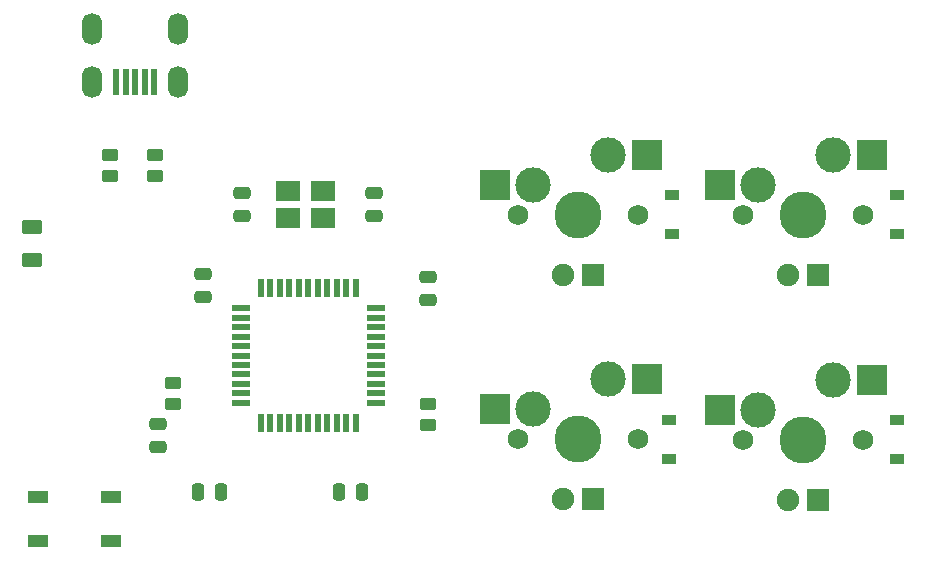
<source format=gbs>
%TF.GenerationSoftware,KiCad,Pcbnew,(6.0.0)*%
%TF.CreationDate,2022-02-08T12:16:45+05:30*%
%TF.ProjectId,keebk75pcb,6b656562-6b37-4357-9063-622e6b696361,rev?*%
%TF.SameCoordinates,Original*%
%TF.FileFunction,Soldermask,Bot*%
%TF.FilePolarity,Negative*%
%FSLAX46Y46*%
G04 Gerber Fmt 4.6, Leading zero omitted, Abs format (unit mm)*
G04 Created by KiCad (PCBNEW (6.0.0)) date 2022-02-08 12:16:45*
%MOMM*%
%LPD*%
G01*
G04 APERTURE LIST*
G04 Aperture macros list*
%AMRoundRect*
0 Rectangle with rounded corners*
0 $1 Rounding radius*
0 $2 $3 $4 $5 $6 $7 $8 $9 X,Y pos of 4 corners*
0 Add a 4 corners polygon primitive as box body*
4,1,4,$2,$3,$4,$5,$6,$7,$8,$9,$2,$3,0*
0 Add four circle primitives for the rounded corners*
1,1,$1+$1,$2,$3*
1,1,$1+$1,$4,$5*
1,1,$1+$1,$6,$7*
1,1,$1+$1,$8,$9*
0 Add four rect primitives between the rounded corners*
20,1,$1+$1,$2,$3,$4,$5,0*
20,1,$1+$1,$4,$5,$6,$7,0*
20,1,$1+$1,$6,$7,$8,$9,0*
20,1,$1+$1,$8,$9,$2,$3,0*%
G04 Aperture macros list end*
%ADD10R,0.500000X2.250000*%
%ADD11O,1.700000X2.700000*%
%ADD12C,3.987800*%
%ADD13C,3.000000*%
%ADD14C,1.750000*%
%ADD15R,2.550000X2.500000*%
%ADD16C,1.905000*%
%ADD17R,1.905000X1.905000*%
%ADD18R,1.200000X0.900000*%
%ADD19R,2.100000X1.800000*%
%ADD20RoundRect,0.250000X0.250000X0.475000X-0.250000X0.475000X-0.250000X-0.475000X0.250000X-0.475000X0*%
%ADD21RoundRect,0.250000X-0.625000X0.375000X-0.625000X-0.375000X0.625000X-0.375000X0.625000X0.375000X0*%
%ADD22RoundRect,0.250000X-0.475000X0.250000X-0.475000X-0.250000X0.475000X-0.250000X0.475000X0.250000X0*%
%ADD23R,1.500000X0.550000*%
%ADD24R,0.550000X1.500000*%
%ADD25RoundRect,0.250000X-0.450000X0.262500X-0.450000X-0.262500X0.450000X-0.262500X0.450000X0.262500X0*%
%ADD26RoundRect,0.250000X0.475000X-0.250000X0.475000X0.250000X-0.475000X0.250000X-0.475000X-0.250000X0*%
%ADD27R,1.800000X1.100000*%
G04 APERTURE END LIST*
D10*
%TO.C,USB1*%
X46631182Y-106508400D03*
X45831182Y-106508400D03*
X45031182Y-106508400D03*
X44231182Y-106508400D03*
X43431182Y-106508400D03*
D11*
X41381182Y-106508400D03*
X48681182Y-106508400D03*
X48681182Y-102008400D03*
X41381182Y-102008400D03*
%TD*%
D12*
%TO.C,MX2*%
X101606248Y-117725000D03*
D13*
X97796248Y-115185000D03*
X104146248Y-112645000D03*
D14*
X106686248Y-117725000D03*
X96526248Y-117725000D03*
D15*
X94521248Y-115185000D03*
X107448248Y-112645000D03*
D16*
X100336248Y-122805000D03*
D17*
X102876248Y-122805000D03*
%TD*%
D13*
%TO.C,MX1*%
X78746248Y-115185000D03*
X85096248Y-112645000D03*
D14*
X87636248Y-117725000D03*
D12*
X82556248Y-117725000D03*
D14*
X77476248Y-117725000D03*
D15*
X75471248Y-115185000D03*
X88398248Y-112645000D03*
D16*
X81286248Y-122805000D03*
D17*
X83826248Y-122805000D03*
%TD*%
D14*
%TO.C,MX4*%
X96526248Y-136775000D03*
D12*
X101606248Y-136775000D03*
D14*
X106686248Y-136775000D03*
D13*
X104146248Y-131695000D03*
X97796248Y-134235000D03*
D15*
X94521248Y-134235000D03*
X107448248Y-131695000D03*
D16*
X100336248Y-141855000D03*
D17*
X102876248Y-141855000D03*
%TD*%
D14*
%TO.C,MX3*%
X87619775Y-136750578D03*
X77459775Y-136750578D03*
D13*
X78729775Y-134210578D03*
D12*
X82539775Y-136750578D03*
D13*
X85079775Y-131670578D03*
D15*
X75454775Y-134210578D03*
X88381775Y-131670578D03*
D16*
X81269775Y-141830578D03*
D17*
X83809775Y-141830578D03*
%TD*%
D18*
%TO.C,D3*%
X109543748Y-119375000D03*
X109543748Y-116075000D03*
%TD*%
D19*
%TO.C,Y1*%
X60886000Y-117990000D03*
X57986000Y-117990000D03*
X57986000Y-115690000D03*
X60886000Y-115690000D03*
%TD*%
D20*
%TO.C,C4*%
X64196000Y-141224000D03*
X62296000Y-141224000D03*
%TD*%
%TO.C,C7*%
X52258000Y-141224000D03*
X50358000Y-141224000D03*
%TD*%
D21*
%TO.C,F1*%
X36322000Y-118742000D03*
X36322000Y-121542000D03*
%TD*%
D22*
%TO.C,C2*%
X65278000Y-115890000D03*
X65278000Y-117790000D03*
%TD*%
D18*
%TO.C,D2*%
X90493748Y-119375000D03*
X90493748Y-116075000D03*
%TD*%
D23*
%TO.C,U1*%
X53981248Y-133643750D03*
X53981248Y-132843750D03*
X53981248Y-132043750D03*
X53981248Y-131243750D03*
X53981248Y-130443750D03*
X53981248Y-129643750D03*
X53981248Y-128843750D03*
X53981248Y-128043750D03*
X53981248Y-127243750D03*
X53981248Y-126443750D03*
X53981248Y-125643750D03*
D24*
X55681248Y-123943750D03*
X56481248Y-123943750D03*
X57281248Y-123943750D03*
X58081248Y-123943750D03*
X58881248Y-123943750D03*
X59681248Y-123943750D03*
X60481248Y-123943750D03*
X61281248Y-123943750D03*
X62081248Y-123943750D03*
X62881248Y-123943750D03*
X63681248Y-123943750D03*
D23*
X65381248Y-125643750D03*
X65381248Y-126443750D03*
X65381248Y-127243750D03*
X65381248Y-128043750D03*
X65381248Y-128843750D03*
X65381248Y-129643750D03*
X65381248Y-130443750D03*
X65381248Y-131243750D03*
X65381248Y-132043750D03*
X65381248Y-132843750D03*
X65381248Y-133643750D03*
D24*
X63681248Y-135343750D03*
X62881248Y-135343750D03*
X62081248Y-135343750D03*
X61281248Y-135343750D03*
X60481248Y-135343750D03*
X59681248Y-135343750D03*
X58881248Y-135343750D03*
X58081248Y-135343750D03*
X57281248Y-135343750D03*
X56481248Y-135343750D03*
X55681248Y-135343750D03*
%TD*%
D25*
%TO.C,R2*%
X46736000Y-112625500D03*
X46736000Y-114450500D03*
%TD*%
%TO.C,R1*%
X42926000Y-112625500D03*
X42926000Y-114450500D03*
%TD*%
D18*
%TO.C,D4*%
X109543748Y-138425000D03*
X109543748Y-135125000D03*
%TD*%
D26*
%TO.C,C1*%
X69850000Y-124902000D03*
X69850000Y-123002000D03*
%TD*%
%TO.C,C3*%
X54102000Y-117790000D03*
X54102000Y-115890000D03*
%TD*%
D22*
%TO.C,C5*%
X46990000Y-135448000D03*
X46990000Y-137348000D03*
%TD*%
D25*
%TO.C,R3*%
X48260000Y-131929500D03*
X48260000Y-133754500D03*
%TD*%
D18*
%TO.C,D1*%
X90206346Y-138425000D03*
X90206346Y-135125000D03*
%TD*%
D25*
%TO.C,R4*%
X69850000Y-133707500D03*
X69850000Y-135532500D03*
%TD*%
D26*
%TO.C,C6*%
X50800000Y-124648000D03*
X50800000Y-122748000D03*
%TD*%
D27*
%TO.C,SW1*%
X36778000Y-145360000D03*
X42978000Y-141660000D03*
X36778000Y-141660000D03*
X42978000Y-145360000D03*
%TD*%
M02*

</source>
